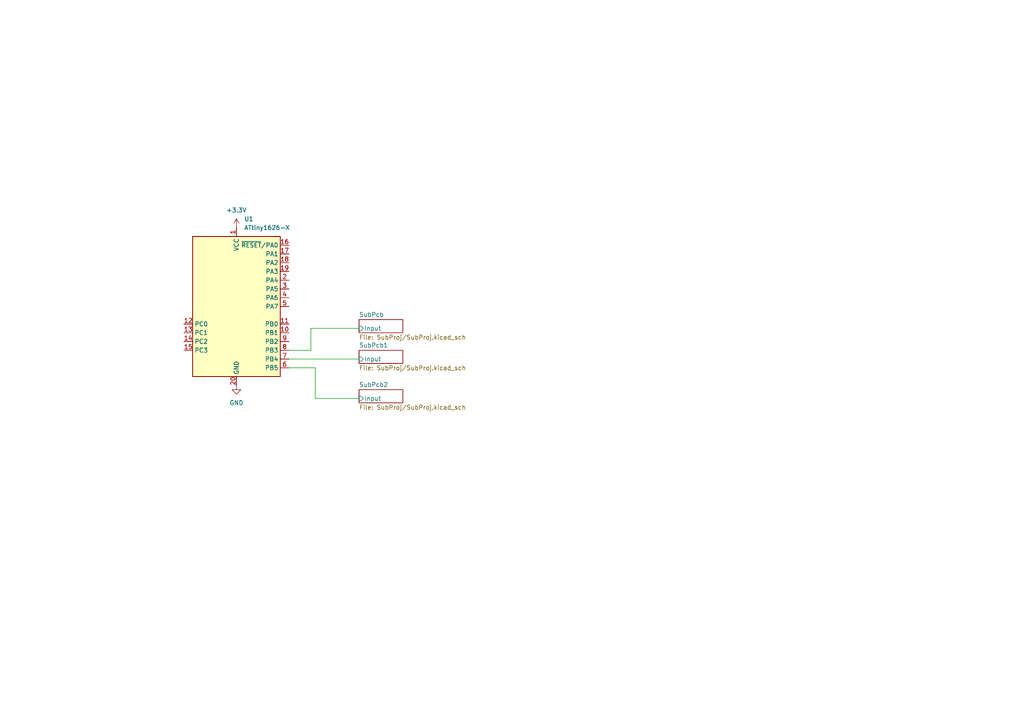
<source format=kicad_sch>
(kicad_sch (version 20231120) (generator "eeschema") (generator_version "8.0")
  (paper "A4")
  (lib_symbols
    (symbol "MCU_Microchip_ATtiny:ATtiny1626-X"
      (property "Reference" "U" (at -12.7 21.59 0))
      (property "Value" "ATtiny1626-X" (at 2.54 -21.59 0))
      (symbol "ATtiny1626-X_0_1"
        (rectangle (start -12.7 -20.32) (end 12.7 20.32) (stroke (width 0.254)) (fill (type background)))
      )
      (symbol "ATtiny1626-X_1_1"
        (pin power_in line (at 0 22.86 270) (length 2.54) (name "VCC") (number "1"))
        (pin bidirectional line (at 15.24 -7.62 180) (length 2.54) (name "PB1") (number "10"))
        (pin bidirectional line (at 15.24 -5.08 180) (length 2.54) (name "PB0") (number "11"))
        (pin bidirectional line (at -15.24 -5.08 0) (length 2.54) (name "PC0") (number "12"))
        (pin bidirectional line (at -15.24 -7.62 0) (length 2.54) (name "PC1") (number "13"))
        (pin bidirectional line (at -15.24 -10.16 0) (length 2.54) (name "PC2") (number "14"))
        (pin bidirectional line (at -15.24 -12.7 0) (length 2.54) (name "PC3") (number "15"))
        (pin bidirectional line (at 15.24 17.78 180) (length 2.54) (name "~{RESET}/PA0") (number "16"))
        (pin bidirectional line (at 15.24 15.24 180) (length 2.54) (name "PA1") (number "17"))
        (pin bidirectional line (at 15.24 12.7 180) (length 2.54) (name "PA2") (number "18"))
        (pin bidirectional line (at 15.24 10.16 180) (length 2.54) (name "PA3") (number "19"))
        (pin bidirectional line (at 15.24 7.62 180) (length 2.54) (name "PA4") (number "2"))
        (pin power_in line (at 0 -22.86 90) (length 2.54) (name "GND") (number "20"))
        (pin bidirectional line (at 15.24 5.08 180) (length 2.54) (name "PA5") (number "3"))
        (pin bidirectional line (at 15.24 2.54 180) (length 2.54) (name "PA6") (number "4"))
        (pin bidirectional line (at 15.24 0 180) (length 2.54) (name "PA7") (number "5"))
        (pin bidirectional line (at 15.24 -17.78 180) (length 2.54) (name "PB5") (number "6"))
        (pin bidirectional line (at 15.24 -15.24 180) (length 2.54) (name "PB4") (number "7"))
        (pin bidirectional line (at 15.24 -12.7 180) (length 2.54) (name "PB3") (number "8"))
        (pin bidirectional line (at 15.24 -10.16 180) (length 2.54) (name "PB2") (number "9"))
      )
    )
    (symbol "power:+3.3V" (power) (pin_numbers hide) (pin_names (offset 0) hide)
      (property "Value" "+3.3V" (at 0 3.556 0))
      (symbol "+3.3V_0_1"
        (polyline (pts (xy -0.762 1.27) (xy 0 2.54)))
        (polyline (pts (xy 0 0) (xy 0 2.54)))
        (polyline (pts (xy 0 2.54) (xy 0.762 1.27)))
      )
      (symbol "+3.3V_1_1"
        (pin power_in line (at 0 0 90) (length 0) (name "~") (number "1"))
      )
    )
    (symbol "power:GND" (power) (pin_numbers hide) (pin_names (offset 0) hide)
      (property "Value" "GND" (at 0 -3.81 0))
      (symbol "GND_0_1"
        (polyline (pts (xy 0 0) (xy 0 -1.27) (xy 1.27 -1.27) (xy 0 -2.54) (xy -1.27 -1.27) (xy 0 -1.27)))
      )
      (symbol "GND_1_1"
        (pin power_in line (at 0 0 270) (length 0) (name "~") (number "1"))
      )
    )
  )
  (wire (pts (xy 83.82 104.14) (xy 104.14 104.14)))
  (wire (pts (xy 90.17 95.25) (xy 90.17 101.6)))
  (wire (pts (xy 91.44 115.57) (xy 91.44 106.68)))
  (wire (pts (xy 90.17 95.25) (xy 104.14 95.25)))
  (wire (pts (xy 91.44 115.57) (xy 104.14 115.57)))
  (wire (pts (xy 91.44 106.68) (xy 83.82 106.68)))
  (wire (pts (xy 90.17 101.6) (xy 83.82 101.6)))
  (symbol (lib_id "power:GND") (at 68.58 111.76 0) (unit 1)
    (property "Reference" "#PWR02" (effects (hide yes)))
    (property "Value" "GND" (at 68.58 116.84 0))
    (property "Description" "Power symbol creates a global label with name \"GND\" , ground" (effects (hide yes)))
  )
  (symbol (lib_id "power:+3.3V") (at 68.58 66.04 0) (unit 1)
    (property "Reference" "#PWR01" (effects (hide yes)))
    (property "Value" "+3.3V" (at 68.58 60.96 0))
    (property "Description" "Power symbol creates a global label with name \"+3.3V\"" (effects (hide yes)))
  )
  (symbol (lib_id "MCU_Microchip_ATtiny:ATtiny1626-X") (at 68.58 88.9 0) (unit 1)
    (property "Reference" "U1" (at 70.7741 63.5 0) (effects (justify left)))
    (property "Value" "ATtiny1626-X" (at 70.7741 66.04 0) (effects (justify left)))
    (property "Footprint" "Package_SO:SSOP-20_5.3x7.2mm_P0.65mm" (effects (hide yes)))
    (property "Datasheet" "https://ww1.microchip.com/downloads/en/DeviceDoc/ATtiny1624-26-27-DataSheet-DS40002234A.pdf" (effects (hide yes)))
    (property "Description" "20MHz, 16kB Flash, 2kB SRAM, 256B EEPROM, SSOP-20" (effects (hide yes)))
  )
  (sheet (at 104.14 101.6) (size 12.7 3.81) (stroke (width 0.1524))
    (property "Sheetname" "SubPcb1" (at 104.14 100.8884 0) (effects (justify left bottom)))
    (property "Sheetfile" "SubProj/SubProj.kicad_sch" (at 104.14 105.9946 0) (effects (justify left top)))
    (pin "Input" input (at 104.14 104.14 180))
  )
  (sheet (at 104.14 113.03) (size 12.7 3.81) (stroke (width 0.1524))
    (property "Sheetname" "SubPcb2" (at 104.14 112.3184 0) (effects (justify left bottom)))
    (property "Sheetfile" "SubProj/SubProj.kicad_sch" (at 104.14 117.4246 0) (effects (justify left top)))
    (pin "Input" input (at 104.14 115.57 180))
  )
  (sheet (at 104.14 92.71) (size 12.7 3.81) (stroke (width 0.1524))
    (property "Sheetname" "SubPcb" (at 104.14 91.9984 0) (effects (justify left bottom)))
    (property "Sheetfile" "SubProj/SubProj.kicad_sch" (at 104.14 97.1046 0) (effects (justify left top)))
    (pin "Input" input (at 104.14 95.25 180))
  )
)
</source>
